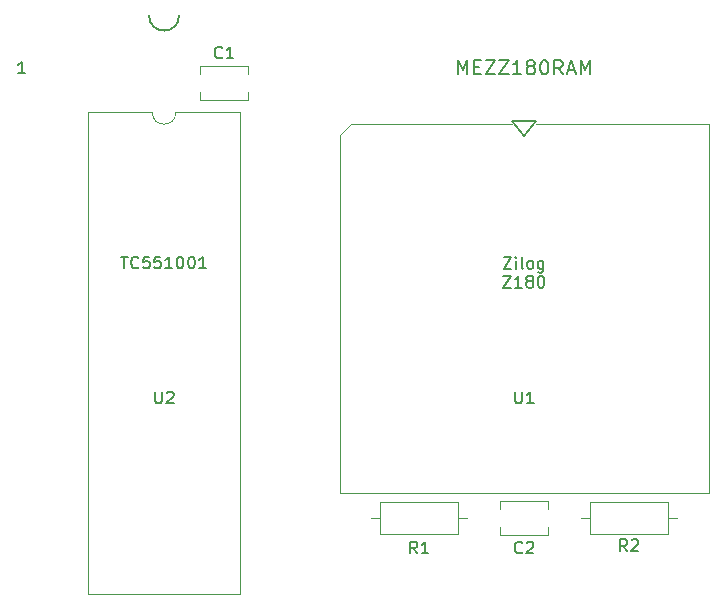
<source format=gto>
G04 #@! TF.GenerationSoftware,KiCad,Pcbnew,(6.0.10-0)*
G04 #@! TF.CreationDate,2023-01-08T18:49:51+09:00*
G04 #@! TF.ProjectId,MEZZ180RAM,4d455a5a-3138-4305-9241-4d2e6b696361,A*
G04 #@! TF.SameCoordinates,PX5f5e100PY8f0d180*
G04 #@! TF.FileFunction,Legend,Top*
G04 #@! TF.FilePolarity,Positive*
%FSLAX46Y46*%
G04 Gerber Fmt 4.6, Leading zero omitted, Abs format (unit mm)*
G04 Created by KiCad (PCBNEW (6.0.10-0)) date 2023-01-08 18:49:51*
%MOMM*%
%LPD*%
G01*
G04 APERTURE LIST*
%ADD10C,0.150000*%
%ADD11C,0.200000*%
%ADD12C,0.120000*%
G04 APERTURE END LIST*
D10*
X13335000Y57150000D02*
G75*
G03*
X15875000Y57150000I1270000J0D01*
G01*
X46085000Y48260000D02*
X45085000Y46990000D01*
X45085000Y46990000D02*
X44085000Y48260000D01*
X44085000Y48260000D02*
X46085000Y48260000D01*
X43346904Y36722620D02*
X44013571Y36722620D01*
X43346904Y35722620D01*
X44013571Y35722620D01*
X44394523Y35722620D02*
X44394523Y36389286D01*
X44394523Y36722620D02*
X44346904Y36675000D01*
X44394523Y36627381D01*
X44442142Y36675000D01*
X44394523Y36722620D01*
X44394523Y36627381D01*
X45013571Y35722620D02*
X44918333Y35770239D01*
X44870714Y35865477D01*
X44870714Y36722620D01*
X45537380Y35722620D02*
X45442142Y35770239D01*
X45394523Y35817858D01*
X45346904Y35913096D01*
X45346904Y36198810D01*
X45394523Y36294048D01*
X45442142Y36341667D01*
X45537380Y36389286D01*
X45680238Y36389286D01*
X45775476Y36341667D01*
X45823095Y36294048D01*
X45870714Y36198810D01*
X45870714Y35913096D01*
X45823095Y35817858D01*
X45775476Y35770239D01*
X45680238Y35722620D01*
X45537380Y35722620D01*
X46727857Y36389286D02*
X46727857Y35579762D01*
X46680238Y35484524D01*
X46632619Y35436905D01*
X46537380Y35389286D01*
X46394523Y35389286D01*
X46299285Y35436905D01*
X46727857Y35770239D02*
X46632619Y35722620D01*
X46442142Y35722620D01*
X46346904Y35770239D01*
X46299285Y35817858D01*
X46251666Y35913096D01*
X46251666Y36198810D01*
X46299285Y36294048D01*
X46346904Y36341667D01*
X46442142Y36389286D01*
X46632619Y36389286D01*
X46727857Y36341667D01*
X43323095Y35112620D02*
X43989761Y35112620D01*
X43323095Y34112620D01*
X43989761Y34112620D01*
X44894523Y34112620D02*
X44323095Y34112620D01*
X44608809Y34112620D02*
X44608809Y35112620D01*
X44513571Y34969762D01*
X44418333Y34874524D01*
X44323095Y34826905D01*
X45465952Y34684048D02*
X45370714Y34731667D01*
X45323095Y34779286D01*
X45275476Y34874524D01*
X45275476Y34922143D01*
X45323095Y35017381D01*
X45370714Y35065000D01*
X45465952Y35112620D01*
X45656428Y35112620D01*
X45751666Y35065000D01*
X45799285Y35017381D01*
X45846904Y34922143D01*
X45846904Y34874524D01*
X45799285Y34779286D01*
X45751666Y34731667D01*
X45656428Y34684048D01*
X45465952Y34684048D01*
X45370714Y34636429D01*
X45323095Y34588810D01*
X45275476Y34493572D01*
X45275476Y34303096D01*
X45323095Y34207858D01*
X45370714Y34160239D01*
X45465952Y34112620D01*
X45656428Y34112620D01*
X45751666Y34160239D01*
X45799285Y34207858D01*
X45846904Y34303096D01*
X45846904Y34493572D01*
X45799285Y34588810D01*
X45751666Y34636429D01*
X45656428Y34684048D01*
X46465952Y35112620D02*
X46561190Y35112620D01*
X46656428Y35065000D01*
X46704047Y35017381D01*
X46751666Y34922143D01*
X46799285Y34731667D01*
X46799285Y34493572D01*
X46751666Y34303096D01*
X46704047Y34207858D01*
X46656428Y34160239D01*
X46561190Y34112620D01*
X46465952Y34112620D01*
X46370714Y34160239D01*
X46323095Y34207858D01*
X46275476Y34303096D01*
X46227857Y34493572D01*
X46227857Y34731667D01*
X46275476Y34922143D01*
X46323095Y35017381D01*
X46370714Y35065000D01*
X46465952Y35112620D01*
X2825714Y52252620D02*
X2254285Y52252620D01*
X2540000Y52252620D02*
X2540000Y53252620D01*
X2444761Y53109762D01*
X2349523Y53014524D01*
X2254285Y52966905D01*
X10962142Y36742620D02*
X11533571Y36742620D01*
X11247857Y35742620D02*
X11247857Y36742620D01*
X12438333Y35837858D02*
X12390714Y35790239D01*
X12247857Y35742620D01*
X12152619Y35742620D01*
X12009761Y35790239D01*
X11914523Y35885477D01*
X11866904Y35980715D01*
X11819285Y36171191D01*
X11819285Y36314048D01*
X11866904Y36504524D01*
X11914523Y36599762D01*
X12009761Y36695000D01*
X12152619Y36742620D01*
X12247857Y36742620D01*
X12390714Y36695000D01*
X12438333Y36647381D01*
X13343095Y36742620D02*
X12866904Y36742620D01*
X12819285Y36266429D01*
X12866904Y36314048D01*
X12962142Y36361667D01*
X13200238Y36361667D01*
X13295476Y36314048D01*
X13343095Y36266429D01*
X13390714Y36171191D01*
X13390714Y35933096D01*
X13343095Y35837858D01*
X13295476Y35790239D01*
X13200238Y35742620D01*
X12962142Y35742620D01*
X12866904Y35790239D01*
X12819285Y35837858D01*
X14295476Y36742620D02*
X13819285Y36742620D01*
X13771666Y36266429D01*
X13819285Y36314048D01*
X13914523Y36361667D01*
X14152619Y36361667D01*
X14247857Y36314048D01*
X14295476Y36266429D01*
X14343095Y36171191D01*
X14343095Y35933096D01*
X14295476Y35837858D01*
X14247857Y35790239D01*
X14152619Y35742620D01*
X13914523Y35742620D01*
X13819285Y35790239D01*
X13771666Y35837858D01*
X15295476Y35742620D02*
X14724047Y35742620D01*
X15009761Y35742620D02*
X15009761Y36742620D01*
X14914523Y36599762D01*
X14819285Y36504524D01*
X14724047Y36456905D01*
X15914523Y36742620D02*
X16009761Y36742620D01*
X16105000Y36695000D01*
X16152619Y36647381D01*
X16200238Y36552143D01*
X16247857Y36361667D01*
X16247857Y36123572D01*
X16200238Y35933096D01*
X16152619Y35837858D01*
X16105000Y35790239D01*
X16009761Y35742620D01*
X15914523Y35742620D01*
X15819285Y35790239D01*
X15771666Y35837858D01*
X15724047Y35933096D01*
X15676428Y36123572D01*
X15676428Y36361667D01*
X15724047Y36552143D01*
X15771666Y36647381D01*
X15819285Y36695000D01*
X15914523Y36742620D01*
X16866904Y36742620D02*
X16962142Y36742620D01*
X17057380Y36695000D01*
X17105000Y36647381D01*
X17152619Y36552143D01*
X17200238Y36361667D01*
X17200238Y36123572D01*
X17152619Y35933096D01*
X17105000Y35837858D01*
X17057380Y35790239D01*
X16962142Y35742620D01*
X16866904Y35742620D01*
X16771666Y35790239D01*
X16724047Y35837858D01*
X16676428Y35933096D01*
X16628809Y36123572D01*
X16628809Y36361667D01*
X16676428Y36552143D01*
X16724047Y36647381D01*
X16771666Y36695000D01*
X16866904Y36742620D01*
X18152619Y35742620D02*
X17581190Y35742620D01*
X17866904Y35742620D02*
X17866904Y36742620D01*
X17771666Y36599762D01*
X17676428Y36504524D01*
X17581190Y36456905D01*
D11*
X39485000Y52162143D02*
X39485000Y53362143D01*
X39885000Y52505000D01*
X40285000Y53362143D01*
X40285000Y52162143D01*
X40856428Y52790715D02*
X41256428Y52790715D01*
X41427857Y52162143D02*
X40856428Y52162143D01*
X40856428Y53362143D01*
X41427857Y53362143D01*
X41827857Y53362143D02*
X42627857Y53362143D01*
X41827857Y52162143D01*
X42627857Y52162143D01*
X42970714Y53362143D02*
X43770714Y53362143D01*
X42970714Y52162143D01*
X43770714Y52162143D01*
X44856428Y52162143D02*
X44170714Y52162143D01*
X44513571Y52162143D02*
X44513571Y53362143D01*
X44399285Y53190715D01*
X44285000Y53076429D01*
X44170714Y53019286D01*
X45542142Y52847858D02*
X45427857Y52905000D01*
X45370714Y52962143D01*
X45313571Y53076429D01*
X45313571Y53133572D01*
X45370714Y53247858D01*
X45427857Y53305000D01*
X45542142Y53362143D01*
X45770714Y53362143D01*
X45885000Y53305000D01*
X45942142Y53247858D01*
X45999285Y53133572D01*
X45999285Y53076429D01*
X45942142Y52962143D01*
X45885000Y52905000D01*
X45770714Y52847858D01*
X45542142Y52847858D01*
X45427857Y52790715D01*
X45370714Y52733572D01*
X45313571Y52619286D01*
X45313571Y52390715D01*
X45370714Y52276429D01*
X45427857Y52219286D01*
X45542142Y52162143D01*
X45770714Y52162143D01*
X45885000Y52219286D01*
X45942142Y52276429D01*
X45999285Y52390715D01*
X45999285Y52619286D01*
X45942142Y52733572D01*
X45885000Y52790715D01*
X45770714Y52847858D01*
X46742142Y53362143D02*
X46856428Y53362143D01*
X46970714Y53305000D01*
X47027857Y53247858D01*
X47085000Y53133572D01*
X47142142Y52905000D01*
X47142142Y52619286D01*
X47085000Y52390715D01*
X47027857Y52276429D01*
X46970714Y52219286D01*
X46856428Y52162143D01*
X46742142Y52162143D01*
X46627857Y52219286D01*
X46570714Y52276429D01*
X46513571Y52390715D01*
X46456428Y52619286D01*
X46456428Y52905000D01*
X46513571Y53133572D01*
X46570714Y53247858D01*
X46627857Y53305000D01*
X46742142Y53362143D01*
X48342142Y52162143D02*
X47942142Y52733572D01*
X47656428Y52162143D02*
X47656428Y53362143D01*
X48113571Y53362143D01*
X48227857Y53305000D01*
X48285000Y53247858D01*
X48342142Y53133572D01*
X48342142Y52962143D01*
X48285000Y52847858D01*
X48227857Y52790715D01*
X48113571Y52733572D01*
X47656428Y52733572D01*
X48799285Y52505000D02*
X49370714Y52505000D01*
X48685000Y52162143D02*
X49085000Y53362143D01*
X49485000Y52162143D01*
X49885000Y52162143D02*
X49885000Y53362143D01*
X50285000Y52505000D01*
X50685000Y53362143D01*
X50685000Y52162143D01*
D10*
X36028333Y11612620D02*
X35695000Y12088810D01*
X35456904Y11612620D02*
X35456904Y12612620D01*
X35837857Y12612620D01*
X35933095Y12565000D01*
X35980714Y12517381D01*
X36028333Y12422143D01*
X36028333Y12279286D01*
X35980714Y12184048D01*
X35933095Y12136429D01*
X35837857Y12088810D01*
X35456904Y12088810D01*
X36980714Y11612620D02*
X36409285Y11612620D01*
X36695000Y11612620D02*
X36695000Y12612620D01*
X36599761Y12469762D01*
X36504523Y12374524D01*
X36409285Y12326905D01*
X13843095Y25312620D02*
X13843095Y24503096D01*
X13890714Y24407858D01*
X13938333Y24360239D01*
X14033571Y24312620D01*
X14224047Y24312620D01*
X14319285Y24360239D01*
X14366904Y24407858D01*
X14414523Y24503096D01*
X14414523Y25312620D01*
X14843095Y25217381D02*
X14890714Y25265000D01*
X14985952Y25312620D01*
X15224047Y25312620D01*
X15319285Y25265000D01*
X15366904Y25217381D01*
X15414523Y25122143D01*
X15414523Y25026905D01*
X15366904Y24884048D01*
X14795476Y24312620D01*
X15414523Y24312620D01*
X44918333Y11707858D02*
X44870714Y11660239D01*
X44727857Y11612620D01*
X44632619Y11612620D01*
X44489761Y11660239D01*
X44394523Y11755477D01*
X44346904Y11850715D01*
X44299285Y12041191D01*
X44299285Y12184048D01*
X44346904Y12374524D01*
X44394523Y12469762D01*
X44489761Y12565000D01*
X44632619Y12612620D01*
X44727857Y12612620D01*
X44870714Y12565000D01*
X44918333Y12517381D01*
X45299285Y12517381D02*
X45346904Y12565000D01*
X45442142Y12612620D01*
X45680238Y12612620D01*
X45775476Y12565000D01*
X45823095Y12517381D01*
X45870714Y12422143D01*
X45870714Y12326905D01*
X45823095Y12184048D01*
X45251666Y11612620D01*
X45870714Y11612620D01*
X53808333Y11802620D02*
X53475000Y12278810D01*
X53236904Y11802620D02*
X53236904Y12802620D01*
X53617857Y12802620D01*
X53713095Y12755000D01*
X53760714Y12707381D01*
X53808333Y12612143D01*
X53808333Y12469286D01*
X53760714Y12374048D01*
X53713095Y12326429D01*
X53617857Y12278810D01*
X53236904Y12278810D01*
X54189285Y12707381D02*
X54236904Y12755000D01*
X54332142Y12802620D01*
X54570238Y12802620D01*
X54665476Y12755000D01*
X54713095Y12707381D01*
X54760714Y12612143D01*
X54760714Y12516905D01*
X54713095Y12374048D01*
X54141666Y11802620D01*
X54760714Y11802620D01*
X44323095Y25312620D02*
X44323095Y24503096D01*
X44370714Y24407858D01*
X44418333Y24360239D01*
X44513571Y24312620D01*
X44704047Y24312620D01*
X44799285Y24360239D01*
X44846904Y24407858D01*
X44894523Y24503096D01*
X44894523Y25312620D01*
X45894523Y24312620D02*
X45323095Y24312620D01*
X45608809Y24312620D02*
X45608809Y25312620D01*
X45513571Y25169762D01*
X45418333Y25074524D01*
X45323095Y25026905D01*
X19518333Y53617858D02*
X19470714Y53570239D01*
X19327857Y53522620D01*
X19232619Y53522620D01*
X19089761Y53570239D01*
X18994523Y53665477D01*
X18946904Y53760715D01*
X18899285Y53951191D01*
X18899285Y54094048D01*
X18946904Y54284524D01*
X18994523Y54379762D01*
X19089761Y54475000D01*
X19232619Y54522620D01*
X19327857Y54522620D01*
X19470714Y54475000D01*
X19518333Y54427381D01*
X20470714Y53522620D02*
X19899285Y53522620D01*
X20185000Y53522620D02*
X20185000Y54522620D01*
X20089761Y54379762D01*
X19994523Y54284524D01*
X19899285Y54236905D01*
D12*
X32925000Y13235000D02*
X39465000Y13235000D01*
X32155000Y14605000D02*
X32925000Y14605000D01*
X32925000Y15975000D02*
X32925000Y13235000D01*
X39465000Y15975000D02*
X32925000Y15975000D01*
X40235000Y14605000D02*
X39465000Y14605000D01*
X39465000Y13235000D02*
X39465000Y15975000D01*
X13600000Y48955000D02*
X8140000Y48955000D01*
X21060000Y8195000D02*
X21060000Y48955000D01*
X8140000Y8195000D02*
X21060000Y8195000D01*
X8140000Y48955000D02*
X8140000Y8195000D01*
X21060000Y48955000D02*
X15600000Y48955000D01*
X13600000Y48955000D02*
G75*
G03*
X15600000Y48955000I1000000J0D01*
G01*
X47105000Y13185000D02*
X43065000Y13185000D01*
X43065000Y15400000D02*
X43065000Y16025000D01*
X47105000Y16025000D02*
X43065000Y16025000D01*
X47105000Y15400000D02*
X47105000Y16025000D01*
X47105000Y13185000D02*
X47105000Y13810000D01*
X43065000Y13185000D02*
X43065000Y13810000D01*
X49935000Y14605000D02*
X50705000Y14605000D01*
X50705000Y13235000D02*
X57245000Y13235000D01*
X57245000Y13235000D02*
X57245000Y15975000D01*
X50705000Y15975000D02*
X50705000Y13235000D01*
X57245000Y15975000D02*
X50705000Y15975000D01*
X58015000Y14605000D02*
X57245000Y14605000D01*
X29460000Y16760000D02*
X60710000Y16760000D01*
X44085000Y48010000D02*
X30460000Y48010000D01*
X30460000Y48010000D02*
X29460000Y47010000D01*
X29460000Y47010000D02*
X29460000Y16760000D01*
X60710000Y16760000D02*
X60710000Y48010000D01*
X60710000Y48010000D02*
X46085000Y48010000D01*
X21705000Y52855000D02*
X17665000Y52855000D01*
X21705000Y50015000D02*
X21705000Y50640000D01*
X17665000Y50015000D02*
X17665000Y50640000D01*
X21705000Y50015000D02*
X17665000Y50015000D01*
X21705000Y52230000D02*
X21705000Y52855000D01*
X17665000Y52230000D02*
X17665000Y52855000D01*
M02*

</source>
